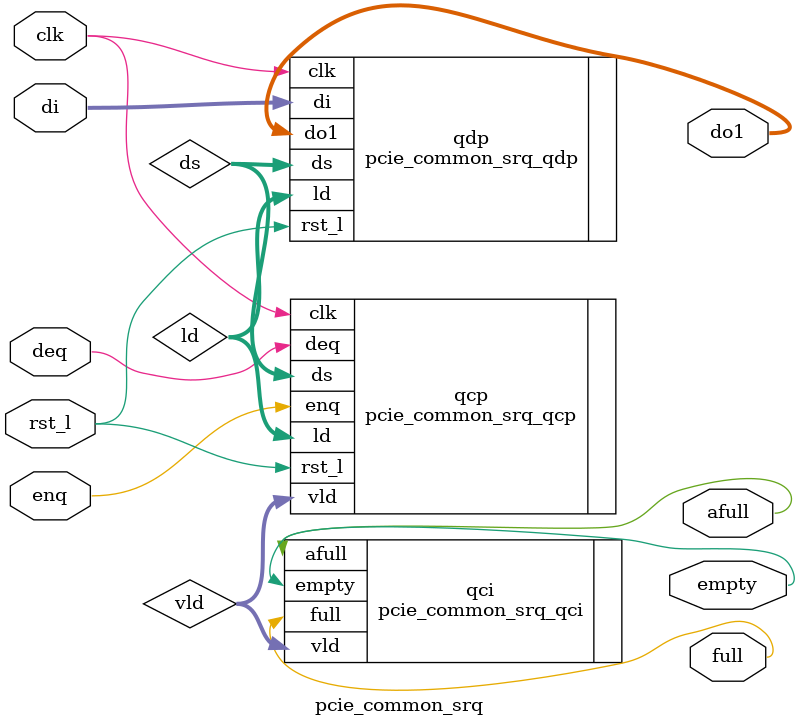
<source format=v>
module pcie_common_srq (
			clk,
  			rst_l,
			enq,
			deq,
			di,
			do1,
			empty,
			full,
			afull
			);

// ----------------------------------------------------------------------------
// Parameters
// ----------------------------------------------------------------------------
  parameter	QD = 4,				// queue depth
		QW = 8;				// queue width

// ----------------------------------------------------------------------------
// Ports
// ----------------------------------------------------------------------------
  input			clk;			// clock
  input 		rst_l;			// reset

  input 		enq;			// enqueue
  input 		deq;			// dequeue
  
  input  [QW-1:0] 	di;			// data in

  output [QW-1:0] 	do1;			// data out

  output		empty;			// empty
  output		full;			// full
  output		afull;			// almost full

// ----------------------------------------------------------------------------
// Variables
// ----------------------------------------------------------------------------

  wire [QW-1:0] 	do1;
  wire			empty;
  wire			full;
  wire			afull;

  wire [QD-1:0] 	vld;
  wire [QD-1:0] 	ld;
  wire [QD-2:0] 	ds;
  
// ----------------------------------------------------------------------------
// Zero In Checkers
// ----------------------------------------------------------------------------

  //0in fifo -enq enq -deq deq -depth QD -enq_data di -deq_data do

// ----------------------------------------------------------------------------
// Instantiations
// ----------------------------------------------------------------------------

  pcie_common_srq_qdp /*#(QD, QW)*/	qdp (
				     .clk	(clk),
				     .rst_l	(rst_l),
				     .ld	(ld),
				     .ds	(ds),
				     .di	(di),
				     .do1	(do1)
				     );

  pcie_common_srq_qcp /*#(QD)*/	qcp (
				     .clk	(clk),
				     .rst_l	(rst_l),
				     .enq	(enq),
				     .deq	(deq),
				     .ld	(ld),
				     .ds	(ds),
				     .vld	(vld)
				     );

  pcie_common_srq_qci /*#(QD)*/	qci (
				     .vld	(vld),
				     .empty	(empty),
				     .full	(full),
				     .afull	(afull)
				     );

endmodule // pcie_common_srq


</source>
